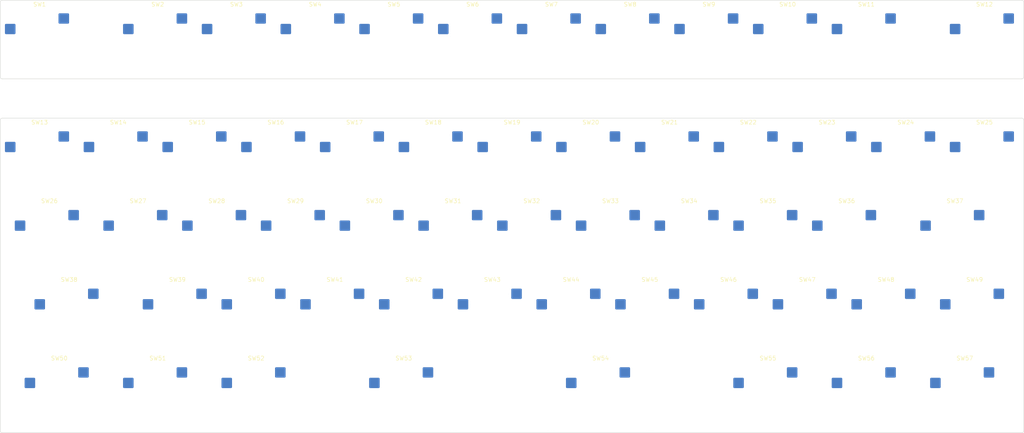
<source format=kicad_pcb>
(kicad_pcb (version 20221018) (generator pcbnew)
  (layers (0 "F.Cu" signal) (31 "B.Cu" signal) (34 "B.Paste" user) (35 "F.Paste" user) (36 "B.SilkS" user "B.Silkscreen") (37 "F.SilkS" user "F.Silkscreen") (38 "B.Mask" user) (39 "F.Mask" user) (44 "Edge.Cuts" user))
  (net 0 "")
  (footprint "Ladniys-Lib:SW_Cherry_Hotswap_1.00U" (layer "F.Cu") (at 142.5 111.125)
    (fp_text reference "SW43")
    (fp_text value "SW_Push")
  )
  (footprint "Ladniys-Lib:SW_Cherry_Hotswap_1.00U" (layer "F.Cu") (at 156.75 44.625)
    (fp_text reference "SW7")
    (fp_text value "SW_Push")
  )
  (footprint "Ladniys-Lib:SW_Cherry_Hotswap_1.00U" (layer "F.Cu") (at 204.25 73.125)
    (fp_text reference "SW22")
    (fp_text value "SW_Push")
  )
  (footprint "Ladniys-Lib:SW_Cherry_Hotswap_1.5U" (layer "F.Cu") (at 256.5 130.125)
    (fp_text reference "SW57")
    (fp_text value "SW_Push")
  )
  (footprint "Ladniys-Lib:SW_Cherry_Hotswap_1.00U" (layer "F.Cu") (at 232.75 130.125)
    (fp_text reference "SW56")
    (fp_text value "SW_Push")
  )
  (footprint "Ladniys-Lib:SW_Cherry_Hotswap_1.00U" (layer "F.Cu") (at 161.5 111.125)
    (fp_text reference "SW44")
    (fp_text value "SW_Push")
  )
  (footprint "Ladniys-Lib:SW_Cherry_Hotswap_1.00U" (layer "F.Cu") (at 76 92.125)
    (fp_text reference "SW28")
    (fp_text value "SW_Push")
  )
  (footprint "Ladniys-Lib:SW_Cherry_Hotswap_1.00U" (layer "F.Cu") (at 242.25 73.125)
    (fp_text reference "SW24")
    (fp_text value "SW_Push")
  )
  (footprint "Ladniys-Lib:SW_Cherry_Hotswap_1.00U" (layer "F.Cu") (at 199.5 111.125)
    (fp_text reference "SW46")
    (fp_text value "SW_Push")
  )
  (footprint "Ladniys-Lib:SW_Cherry_Hotswap_1.00U" (layer "F.Cu") (at 218.5 111.125)
    (fp_text reference "SW47")
    (fp_text value "SW_Push")
  )
  (footprint "Ladniys-Lib:SW_Cherry_Hotswap_1.00U" (layer "F.Cu") (at 99.75 44.625)
    (fp_text reference "SW4")
    (fp_text value "SW_Push")
  )
  (footprint "Ladniys-Lib:SW_Cherry_Hotswap_1.25U" (layer "F.Cu") (at 258.875 111.125)
    (fp_text reference "SW49")
    (fp_text value "SW_Push")
  )
  (footprint "Ladniys-Lib:SW_Cherry_Hotswap_1.00U" (layer "F.Cu") (at 114 92.125)
    (fp_text reference "SW30")
    (fp_text value "SW_Push")
  )
  (footprint "Ladniys-Lib:SW_Cherry_Hotswap_1.00U" (layer "F.Cu") (at 213.75 44.625)
    (fp_text reference "SW10")
    (fp_text value "SW_Push")
  )
  (footprint "Ladniys-Lib:SW_Cherry_Hotswap_1.00U" (layer "F.Cu") (at 33.25 73.125)
    (fp_text reference "SW13")
    (fp_text value "SW_Push")
  )
  (footprint "Ladniys-Lib:SW_Cherry_Hotswap_1.00U" (layer "F.Cu") (at 223.25 73.125)
    (fp_text reference "SW23")
    (fp_text value "SW_Push")
  )
  (footprint "Ladniys-Lib:SW_Cherry_Hotswap_1.00U" (layer "F.Cu") (at 66.5 111.125)
    (fp_text reference "SW39")
    (fp_text value "SW_Push")
  )
  (footprint "Ladniys-Lib:SW_Cherry_Hotswap_1.5U" (layer "F.Cu") (at 85.5 130.125)
    (fp_text reference "SW52")
    (fp_text value "SW_Push")
  )
  (footprint "Ladniys-Lib:SW_Cherry_Hotswap_1.00U" (layer "F.Cu") (at 80.75 44.625)
    (fp_text reference "SW3")
    (fp_text value "SW_Push")
  )
  (footprint "Ladniys-Lib:SW_Cherry_Hotswap_1.75U" (layer "F.Cu") (at 254.125 92.125)
    (fp_text reference "SW37")
    (fp_text value "SW_Push")
  )
  (footprint "Ladniys-Lib:SW_Cherry_Hotswap_2.75U" (layer "F.Cu") (at 168.625 130.125)
    (fp_text reference "SW54")
    (fp_text value "SW_Push")
  )
  (footprint "Ladniys-Lib:SW_Cherry_Hotswap_1.25U" (layer "F.Cu") (at 35.625 92.125)
    (fp_text reference "SW26")
    (fp_text value "SW_Push")
  )
  (footprint "Ladniys-Lib:SW_Cherry_Hotswap_1.00U" (layer "F.Cu") (at 71.25 73.125)
    (fp_text reference "SW15")
    (fp_text value "SW_Push")
  )
  (footprint "Ladniys-Lib:SW_Cherry_Hotswap_1.00U" (layer "F.Cu") (at 133 92.125)
    (fp_text reference "SW31")
    (fp_text value "SW_Push")
  )
  (footprint "Ladniys-Lib:SW_Cherry_Hotswap_1.00U" (layer "F.Cu") (at 228 92.125)
    (fp_text reference "SW36")
    (fp_text value "SW_Push")
  )
  (footprint "Ladniys-Lib:SW_Cherry_Hotswap_2.25U" (layer "F.Cu") (at 121.125 130.125)
    (fp_text reference "SW53")
    (fp_text value "SW_Push")
  )
  (footprint "Ladniys-Lib:SW_Cherry_Hotswap_1.00U" (layer "F.Cu") (at 61.75 130.125)
    (fp_text reference "SW51")
    (fp_text value "SW_Push")
  )
  (footprint "Ladniys-Lib:SW_Cherry_Hotswap_1.00U" (layer "F.Cu") (at 194.75 44.625)
    (fp_text reference "SW9")
    (fp_text value "SW_Push")
  )
  (footprint "Ladniys-Lib:SW_Cherry_Hotswap_1.00U" (layer "F.Cu") (at 123.5 111.125)
    (fp_text reference "SW42")
    (fp_text value "SW_Push")
  )
  (footprint "Ladniys-Lib:SW_Cherry_Hotswap_1.00U" (layer "F.Cu") (at 118.75 44.625)
    (fp_text reference "SW5")
    (fp_text value "SW_Push")
  )
  (footprint "Ladniys-Lib:SW_Cherry_Hotswap_1.00U" (layer "F.Cu") (at 152 92.125)
    (fp_text reference "SW32")
    (fp_text value "SW_Push")
  )
  (footprint "Ladniys-Lib:SW_Cherry_Hotswap_1.00U" (layer "F.Cu") (at 175.75 44.625)
    (fp_text reference "SW8")
    (fp_text value "SW_Push")
  )
  (footprint "Ladniys-Lib:SW_Cherry_Hotswap_1.00U" (layer "F.Cu") (at 166.25 73.125)
    (fp_text reference "SW20")
    (fp_text value "SW_Push")
  )
  (footprint "Ladniys-Lib:SW_Cherry_Hotswap_1.00U" (layer "F.Cu") (at 190 92.125)
    (fp_text reference "SW34")
    (fp_text value "SW_Push")
  )
  (footprint "Ladniys-Lib:SW_Cherry_Hotswap_1.00U" (layer "F.Cu") (at 104.5 111.125)
    (fp_text reference "SW41")
    (fp_text value "SW_Push")
  )
  (footprint "Ladniys-Lib:SW_Cherry_Hotswap_1.00U" (layer "F.Cu") (at 185.25 73.125)
    (fp_text reference "SW21")
    (fp_text value "SW_Push")
  )
  (footprint "Ladniys-Lib:SW_Cherry_Hotswap_1.00U" (layer "F.Cu") (at 232.75 44.625)
    (fp_text reference "SW11")
    (fp_text value "SW_Push")
  )
  (footprint "Ladniys-Lib:SW_Cherry_Hotswap_1.5U" (layer "F.Cu") (at 209 130.125)
    (fp_text reference "SW55")
    (fp_text value "SW_Push")
  )
  (footprint "Ladniys-Lib:SW_Cherry_Hotswap_1.00U" (layer "F.Cu") (at 128.25 73.125)
    (fp_text reference "SW18")
    (fp_text value "SW_Push")
  )
  (footprint "Ladniys-Lib:SW_Cherry_Hotswap_1.00U" (layer "F.Cu") (at 95 92.125)
    (fp_text reference "SW29")
    (fp_text value "SW_Push")
  )
  (footprint "Ladniys-Lib:SW_Cherry_Hotswap_1.00U" (layer "F.Cu") (at 209 92.125)
    (fp_text reference "SW35")
    (fp_text value "SW_Push")
  )
  (footprint "Ladniys-Lib:SW_Cherry_Hotswap_1.00U" (layer "F.Cu") (at 137.75 44.625)
    (fp_text reference "SW6")
    (fp_text value "SW_Push")
  )
  (footprint "Ladniys-Lib:SW_Cherry_Hotswap_1.00U" (layer "F.Cu") (at 237.5 111.125)
    (fp_text reference "SW48")
    (fp_text value "SW_Push")
  )
  (footprint "Ladniys-Lib:SW_Cherry_Hotswap_1.00U" (layer "F.Cu") (at 33.25 44.625)
    (fp_text reference "SW1")
    (fp_text value "SW_Push")
  )
  (footprint "Ladniys-Lib:SW_Cherry_Hotswap_1.00U" (layer "F.Cu") (at 52.25 73.125)
    (fp_text reference "SW14")
    (fp_text value "SW_Push")
  )
  (footprint "Ladniys-Lib:SW_Cherry_Hotswap_1.75U" (layer "F.Cu") (at 40.375 111.125)
    (fp_text reference "SW38")
    (fp_text value "SW_Push")
  )
  (footprint "Ladniys-Lib:SW_Cherry_Hotswap_1.00U" (layer "F.Cu") (at 171 92.125)
    (fp_text reference "SW33")
    (fp_text value "SW_Push")
  )
  (footprint "Ladniys-Lib:SW_Cherry_Hotswap_1.00U" (layer "F.Cu") (at 147.25 73.125)
    (fp_text reference "SW19")
    (fp_text value "SW_Push")
  )
  (footprint "Ladniys-Lib:SW_Cherry_Hotswap_1.00U" (layer "F.Cu") (at 261.25 73.125)
    (fp_text reference "SW25")
    (fp_text value "SW_Push")
  )
  (footprint "Ladniys-Lib:SW_Cherry_Hotswap_1.00U" (layer "F.Cu") (at 85.5 111.125)
    (fp_text reference "SW40")
    (fp_text value "SW_Push")
  )
  (footprint "Ladniys-Lib:SW_Cherry_Hotswap_1.5U" (layer "F.Cu") (at 38 130.125)
    (fp_text reference "SW50")
    (fp_text value "SW_Push")
  )
  (footprint "Ladniys-Lib:SW_Cherry_Hotswap_1.00U" (layer "F.Cu") (at 180.5 111.125)
    (fp_text reference "SW45")
    (fp_text value "SW_Push")
  )
  (footprint "Ladniys-Lib:SW_Cherry_Hotswap_1.00U" (layer "F.Cu") (at 261.25 44.625)
    (fp_text reference "SW12")
    (fp_text value "SW_Push")
  )
  (footprint "Ladniys-Lib:SW_Cherry_Hotswap_1.00U" (layer "F.Cu") (at 57 92.125)
    (fp_text reference "SW27")
    (fp_text value "SW_Push")
  )
  (footprint "Ladniys-Lib:SW_Cherry_Hotswap_1.00U" (layer "F.Cu") (at 109.25 73.125)
    (fp_text reference "SW17")
    (fp_text value "SW_Push")
  )
  (footprint "Ladniys-Lib:SW_Cherry_Hotswap_1.00U" (layer "F.Cu") (at 90.25 73.125)
    (fp_text reference "SW16")
    (fp_text value "SW_Push")
  )
  (footprint "Ladniys-Lib:SW_Cherry_Hotswap_1.00U" (layer "F.Cu") (at 61.75 44.625)
    (fp_text reference "SW2")
    (fp_text value "SW_Push")
  )
  (gr_line (start 23.75 64.125) (end 23.75 139.125) (stroke (width 0.1)) (layer "Edge.Cuts"))
  (gr_arc (start 24.25 54.125) (mid 23.896447 53.978553) (end 23.75 53.625) (stroke (width 0.1)) (layer "Edge.Cuts"))
  (gr_arc (start 24.25 139.625) (mid 23.896447 139.478553) (end 23.75 139.125) (stroke (width 0.1)) (layer "Edge.Cuts"))
  (gr_line (start 23.75 53.625) (end 23.75 35.625) (stroke (width 0.1)) (layer "Edge.Cuts"))
  (gr_line (start 270.75 139.125) (end 270.75 64.125) (stroke (width 0.1)) (layer "Edge.Cuts"))
  (gr_line (start 270.75 35.625) (end 270.75 53.625) (stroke (width 0.1)) (layer "Edge.Cuts"))
  (gr_line (start 270.25 54.125) (end 24.25 54.125) (stroke (width 0.1)) (layer "Edge.Cuts"))
  (gr_line (start 270.25 63.625) (end 24.25 63.625) (stroke (width 0.1)) (layer "Edge.Cuts"))
  (gr_arc (start 270.75 139.125) (mid 270.603553 139.478553) (end 270.25 139.625) (stroke (width 0.1)) (layer "Edge.Cuts"))
  (gr_arc (start 23.75 64.125) (mid 23.896447 63.771447) (end 24.25 63.625) (stroke (width 0.1)) (layer "Edge.Cuts"))
  (gr_arc (start 270.25 63.625) (mid 270.603553 63.771447) (end 270.75 64.125) (stroke (width 0.1)) (layer "Edge.Cuts"))
  (gr_line (start 24.25 139.625) (end 270.25 139.625) (stroke (width 0.1)) (layer "Edge.Cuts"))
  (gr_arc (start 270.25 35.125) (mid 270.603553 35.271447) (end 270.75 35.625) (stroke (width 0.1)) (layer "Edge.Cuts"))
  (gr_arc (start 270.75 53.625) (mid 270.603553 53.978553) (end 270.25 54.125) (stroke (width 0.1)) (layer "Edge.Cuts"))
  (gr_arc (start 23.75 35.625) (mid 23.896447 35.271447) (end 24.25 35.125) (stroke (width 0.1)) (layer "Edge.Cuts"))
  (gr_line (start 24.25 35.125) (end 270.25 35.125) (stroke (width 0.1)) (layer "Edge.Cuts"))
)
</source>
